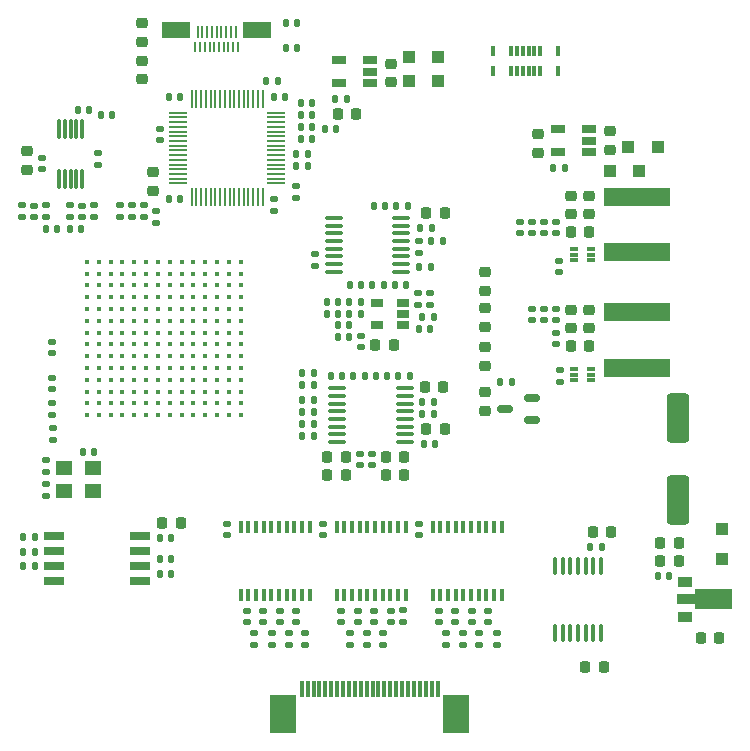
<source format=gbr>
%TF.GenerationSoftware,KiCad,Pcbnew,9.0.6*%
%TF.CreationDate,2025-12-06T17:10:21+01:00*%
%TF.ProjectId,hd_64_v0,68645f36-345f-4763-902e-6b696361645f,0.3*%
%TF.SameCoordinates,PX4737720PY55fe290*%
%TF.FileFunction,Paste,Top*%
%TF.FilePolarity,Positive*%
%FSLAX46Y46*%
G04 Gerber Fmt 4.6, Leading zero omitted, Abs format (unit mm)*
G04 Created by KiCad (PCBNEW 9.0.6) date 2025-12-06 17:10:21*
%MOMM*%
%LPD*%
G01*
G04 APERTURE LIST*
G04 Aperture macros list*
%AMRoundRect*
0 Rectangle with rounded corners*
0 $1 Rounding radius*
0 $2 $3 $4 $5 $6 $7 $8 $9 X,Y pos of 4 corners*
0 Add a 4 corners polygon primitive as box body*
4,1,4,$2,$3,$4,$5,$6,$7,$8,$9,$2,$3,0*
0 Add four circle primitives for the rounded corners*
1,1,$1+$1,$2,$3*
1,1,$1+$1,$4,$5*
1,1,$1+$1,$6,$7*
1,1,$1+$1,$8,$9*
0 Add four rect primitives between the rounded corners*
20,1,$1+$1,$2,$3,$4,$5,0*
20,1,$1+$1,$4,$5,$6,$7,0*
20,1,$1+$1,$6,$7,$8,$9,0*
20,1,$1+$1,$8,$9,$2,$3,0*%
%AMFreePoly0*
4,1,9,3.862500,-0.866500,0.737500,-0.866500,0.737500,-0.450000,-0.737500,-0.450000,-0.737500,0.450000,0.737500,0.450000,0.737500,0.866500,3.862500,0.866500,3.862500,-0.866500,3.862500,-0.866500,$1*%
G04 Aperture macros list end*
%ADD10RoundRect,0.218750X0.256250X-0.218750X0.256250X0.218750X-0.256250X0.218750X-0.256250X-0.218750X0*%
%ADD11RoundRect,0.147500X0.172500X-0.147500X0.172500X0.147500X-0.172500X0.147500X-0.172500X-0.147500X0*%
%ADD12RoundRect,0.147500X-0.172500X0.147500X-0.172500X-0.147500X0.172500X-0.147500X0.172500X0.147500X0*%
%ADD13RoundRect,0.150000X0.512500X0.150000X-0.512500X0.150000X-0.512500X-0.150000X0.512500X-0.150000X0*%
%ADD14RoundRect,0.147500X-0.147500X-0.172500X0.147500X-0.172500X0.147500X0.172500X-0.147500X0.172500X0*%
%ADD15RoundRect,0.218750X0.218750X0.256250X-0.218750X0.256250X-0.218750X-0.256250X0.218750X-0.256250X0*%
%ADD16R,0.400000X1.000000*%
%ADD17RoundRect,0.100000X0.637500X0.100000X-0.637500X0.100000X-0.637500X-0.100000X0.637500X-0.100000X0*%
%ADD18RoundRect,0.147500X0.147500X0.172500X-0.147500X0.172500X-0.147500X-0.172500X0.147500X-0.172500X0*%
%ADD19R,1.300000X0.900000*%
%ADD20FreePoly0,0.000000*%
%ADD21RoundRect,0.218750X-0.218750X-0.256250X0.218750X-0.256250X0.218750X0.256250X-0.218750X0.256250X0*%
%ADD22R,2.200000X3.300000*%
%ADD23R,0.300000X1.400000*%
%ADD24RoundRect,0.100000X-0.637500X-0.100000X0.637500X-0.100000X0.637500X0.100000X-0.637500X0.100000X0*%
%ADD25R,1.000000X1.000000*%
%ADD26R,5.700000X1.600000*%
%ADD27RoundRect,0.250000X-0.700000X1.825000X-0.700000X-1.825000X0.700000X-1.825000X0.700000X1.825000X0*%
%ADD28R,1.060000X0.650000*%
%ADD29R,0.304800X0.863600*%
%ADD30RoundRect,0.218750X-0.256250X0.218750X-0.256250X-0.218750X0.256250X-0.218750X0.256250X0.218750X0*%
%ADD31R,0.700000X0.340000*%
%ADD32R,1.400000X1.200000*%
%ADD33RoundRect,0.062500X0.687500X0.062500X-0.687500X0.062500X-0.687500X-0.062500X0.687500X-0.062500X0*%
%ADD34RoundRect,0.062500X0.062500X0.687500X-0.062500X0.687500X-0.062500X-0.687500X0.062500X-0.687500X0*%
%ADD35R,1.220000X0.650000*%
%ADD36R,1.700000X0.650000*%
%ADD37C,0.450000*%
%ADD38R,0.230000X0.850000*%
%ADD39R,0.230000X1.000000*%
%ADD40R,2.400000X1.380000*%
%ADD41RoundRect,0.100000X0.100000X-0.637500X0.100000X0.637500X-0.100000X0.637500X-0.100000X-0.637500X0*%
%ADD42RoundRect,0.087500X-0.087500X0.725000X-0.087500X-0.725000X0.087500X-0.725000X0.087500X0.725000X0*%
G04 APERTURE END LIST*
D10*
X2724000Y48470000D03*
X2724000Y50045002D03*
D11*
X36888500Y37036000D03*
X36888500Y38006000D03*
D12*
X33528000Y11130000D03*
X33528000Y10160000D03*
D11*
X4826000Y27709000D03*
X4826000Y28679000D03*
D12*
X38989000Y11130000D03*
X38989000Y10160000D03*
X30099000Y9225000D03*
X30099000Y8255000D03*
D13*
X45460500Y27244000D03*
X45460500Y29144000D03*
X43185500Y28194000D03*
D14*
X2436000Y17399000D03*
X3406000Y17399000D03*
D15*
X29743500Y24130000D03*
X28168500Y24130000D03*
D10*
X52093000Y50139500D03*
X52093000Y51714500D03*
D16*
X28952000Y12444000D03*
X29602000Y12444000D03*
X30252000Y12444000D03*
X30902000Y12444000D03*
X31552000Y12444000D03*
X32202000Y12444000D03*
X32852000Y12444000D03*
X33502000Y12444000D03*
X34152000Y12444000D03*
X34802000Y12444000D03*
X34802000Y18244000D03*
X34152000Y18244000D03*
X33502000Y18244000D03*
X32852000Y18244000D03*
X32202000Y18244000D03*
X31552000Y18244000D03*
X30902000Y18244000D03*
X30252000Y18244000D03*
X29602000Y18244000D03*
X28952000Y18244000D03*
D17*
X34739500Y25411000D03*
X34739500Y26061000D03*
X34739500Y26711000D03*
X34739500Y27361000D03*
X34739500Y28011000D03*
X34739500Y28661000D03*
X34739500Y29311000D03*
X34739500Y29961000D03*
X29014500Y29961000D03*
X29014500Y29311000D03*
X29014500Y28661000D03*
X29014500Y28011000D03*
X29014500Y27361000D03*
X29014500Y26711000D03*
X29014500Y26061000D03*
X29014500Y25411000D03*
D12*
X30929500Y24402000D03*
X30929500Y23432000D03*
D18*
X24615000Y54610000D03*
X23645000Y54610000D03*
D19*
X58476500Y13589000D03*
D20*
X58564000Y12089000D03*
D19*
X58476500Y10589000D03*
D12*
X25527000Y11130000D03*
X25527000Y10160000D03*
D18*
X51412000Y16510000D03*
X50442000Y16510000D03*
D12*
X8724000Y49855000D03*
X8724000Y48885000D03*
D18*
X37188000Y27813000D03*
X36218000Y27813000D03*
D21*
X56362500Y16891000D03*
X57937500Y16891000D03*
D12*
X42545000Y9225000D03*
X42545000Y8255000D03*
D21*
X33121500Y22606000D03*
X34696500Y22606000D03*
D14*
X28139000Y36270000D03*
X29109000Y36270000D03*
D22*
X24400000Y2407500D03*
X39100000Y2407500D03*
D23*
X26000000Y4477500D03*
X26500000Y4477500D03*
X27000000Y4477500D03*
X27500000Y4477500D03*
X28000000Y4477500D03*
X28500000Y4477500D03*
X29000000Y4477500D03*
X29500000Y4477500D03*
X30000000Y4477500D03*
X30500000Y4477500D03*
X31000000Y4477500D03*
X31500000Y4477500D03*
X32000000Y4477500D03*
X32500000Y4477500D03*
X33000000Y4477500D03*
X33500000Y4477500D03*
X34000000Y4477500D03*
X34500000Y4477500D03*
X35000000Y4477500D03*
X35500000Y4477500D03*
X36000000Y4477500D03*
X36500000Y4477500D03*
X37000000Y4477500D03*
X37500000Y4477500D03*
D12*
X30734000Y11130000D03*
X30734000Y10160000D03*
D18*
X27028000Y28956000D03*
X26058000Y28956000D03*
D24*
X28692000Y44368000D03*
X28692000Y43718000D03*
X28692000Y43068000D03*
X28692000Y42418000D03*
X28692000Y41768000D03*
X28692000Y41118000D03*
X28692000Y40468000D03*
X28692000Y39818000D03*
X34417000Y39818000D03*
X34417000Y40468000D03*
X34417000Y41118000D03*
X34417000Y41768000D03*
X34417000Y42418000D03*
X34417000Y43068000D03*
X34417000Y43718000D03*
X34417000Y44368000D03*
D12*
X7386000Y45429000D03*
X7386000Y44459000D03*
D25*
X61595000Y18014000D03*
X61595000Y15514000D03*
D26*
X54399000Y41465000D03*
X54399000Y46165000D03*
D18*
X26520000Y48768000D03*
X25550000Y48768000D03*
X34833500Y38664000D03*
X33863500Y38664000D03*
D21*
X28168500Y22606000D03*
X29743500Y22606000D03*
D14*
X29039000Y34270000D03*
X30009000Y34270000D03*
D18*
X29822000Y54483000D03*
X28852000Y54483000D03*
D12*
X29337000Y11130000D03*
X29337000Y10160000D03*
D27*
X57872500Y27478000D03*
X57872500Y20528000D03*
D10*
X41529000Y35153500D03*
X41529000Y36728500D03*
D14*
X23010000Y56007000D03*
X23980000Y56007000D03*
D21*
X36423500Y30099000D03*
X37998500Y30099000D03*
D25*
X53657000Y50419000D03*
X56157000Y50419000D03*
D18*
X36934000Y40259000D03*
X35964000Y40259000D03*
D28*
X34559500Y35301000D03*
X34559500Y36251000D03*
X34559500Y37201000D03*
X32359500Y37201000D03*
X32359500Y35301000D03*
D15*
X38125500Y44760000D03*
X36550500Y44760000D03*
D12*
X23624000Y45955000D03*
X23624000Y44985000D03*
D14*
X26058000Y26924000D03*
X27028000Y26924000D03*
D11*
X19685000Y17526000D03*
X19685000Y18496000D03*
D29*
X47708000Y56793000D03*
X46208000Y56793000D03*
X45708001Y56793000D03*
X45208000Y56793000D03*
X44708000Y56793000D03*
X44207999Y56793000D03*
X43708000Y56793000D03*
X42208000Y56793000D03*
X42208000Y58523000D03*
X43708000Y58523000D03*
X44207999Y58523000D03*
X44708000Y58523000D03*
X45208000Y58523000D03*
X45708001Y58523000D03*
X46208000Y58523000D03*
X47708000Y58523000D03*
D18*
X5311000Y43434000D03*
X4341000Y43434000D03*
D11*
X47541000Y43076000D03*
X47541000Y44046000D03*
D18*
X15725000Y54610000D03*
X14755000Y54610000D03*
D21*
X33121500Y24130000D03*
X34696500Y24130000D03*
X50647500Y17780000D03*
X52222500Y17780000D03*
D18*
X48280000Y48641000D03*
X47310000Y48641000D03*
X33251000Y30988000D03*
X32281000Y30988000D03*
D14*
X28139000Y37270000D03*
X29109000Y37270000D03*
D12*
X4318000Y21821000D03*
X4318000Y20851000D03*
X26289000Y9225000D03*
X26289000Y8255000D03*
D21*
X48785500Y43180000D03*
X50360500Y43180000D03*
D18*
X36992500Y43490000D03*
X36022500Y43490000D03*
X26520000Y49784000D03*
X25550000Y49784000D03*
D12*
X4924000Y26555000D03*
X4924000Y25585000D03*
D30*
X50335000Y46253500D03*
X50335000Y44678500D03*
D18*
X27028000Y31242000D03*
X26058000Y31242000D03*
D21*
X56362500Y15367000D03*
X57937500Y15367000D03*
D12*
X2286000Y45443000D03*
X2286000Y44473000D03*
D18*
X8029000Y53520000D03*
X7059000Y53520000D03*
D12*
X21971000Y9225000D03*
X21971000Y8255000D03*
D10*
X41529000Y38201500D03*
X41529000Y39776500D03*
D18*
X26901000Y52070000D03*
X25931000Y52070000D03*
D12*
X24892000Y9225000D03*
X24892000Y8255000D03*
D18*
X57127000Y14097000D03*
X56157000Y14097000D03*
D21*
X29057500Y53213000D03*
X30632500Y53213000D03*
D18*
X35156000Y30988000D03*
X34186000Y30988000D03*
D12*
X13624000Y44955000D03*
X13624000Y43985000D03*
X30988000Y34394000D03*
X30988000Y33424000D03*
D15*
X51587500Y6350000D03*
X50012500Y6350000D03*
D18*
X31346000Y30988000D03*
X30376000Y30988000D03*
D12*
X6350000Y45443000D03*
X6350000Y44473000D03*
D18*
X32928500Y38664000D03*
X31958500Y38664000D03*
D31*
X50534000Y40775000D03*
X50534000Y41275000D03*
X50534000Y41775000D03*
X49034000Y41775000D03*
X49034000Y41275000D03*
X49034000Y40775000D03*
D10*
X12446000Y56108500D03*
X12446000Y57683500D03*
D11*
X27813000Y17526000D03*
X27813000Y18496000D03*
D18*
X28933000Y51943000D03*
X27963000Y51943000D03*
D12*
X41783000Y11130000D03*
X41783000Y10160000D03*
D32*
X5912000Y21275000D03*
X8312000Y21275000D03*
X8312000Y23175000D03*
X5912000Y23175000D03*
D12*
X27109500Y41308000D03*
X27109500Y40338000D03*
D14*
X33990500Y45395000D03*
X34960500Y45395000D03*
D18*
X15709000Y45970000D03*
X14739000Y45970000D03*
X26901000Y54102000D03*
X25931000Y54102000D03*
D10*
X33528000Y55854500D03*
X33528000Y57429500D03*
D12*
X32893000Y9225000D03*
X32893000Y8255000D03*
D18*
X37315000Y25273000D03*
X36345000Y25273000D03*
D15*
X33807500Y33655000D03*
X32232500Y33655000D03*
D14*
X2436000Y16129000D03*
X3406000Y16129000D03*
X36980000Y42418000D03*
X37950000Y42418000D03*
D12*
X11624000Y45455000D03*
X11624000Y44485000D03*
X10624000Y45455000D03*
X10624000Y44485000D03*
D30*
X41529000Y33426500D03*
X41529000Y31851500D03*
D12*
X45466000Y36680000D03*
X45466000Y35710000D03*
X41021000Y9225000D03*
X41021000Y8255000D03*
D33*
X23860000Y47292000D03*
X23860000Y47692000D03*
X23860000Y48092000D03*
X23860000Y48492000D03*
X23860000Y48892000D03*
X23860000Y49292000D03*
X23860000Y49692000D03*
X23860000Y50092000D03*
X23860000Y50492000D03*
X23860000Y50892000D03*
X23860000Y51292000D03*
X23860000Y51692000D03*
X23860000Y52092000D03*
X23860000Y52492000D03*
X23860000Y52892000D03*
X23860000Y53292000D03*
D34*
X22685000Y54467000D03*
X22285000Y54467000D03*
X21885000Y54467000D03*
X21485000Y54467000D03*
X21085000Y54467000D03*
X20685000Y54467000D03*
X20285000Y54467000D03*
X19885000Y54467000D03*
X19485000Y54467000D03*
X19085000Y54467000D03*
X18685000Y54467000D03*
X18285000Y54467000D03*
X17885000Y54467000D03*
X17485000Y54467000D03*
X17085000Y54467000D03*
X16685000Y54467000D03*
D33*
X15510000Y53292000D03*
X15510000Y52892000D03*
X15510000Y52492000D03*
X15510000Y52092000D03*
X15510000Y51692000D03*
X15510000Y51292000D03*
X15510000Y50892000D03*
X15510000Y50492000D03*
X15510000Y50092000D03*
X15510000Y49692000D03*
X15510000Y49292000D03*
X15510000Y48892000D03*
X15510000Y48492000D03*
X15510000Y48092000D03*
X15510000Y47692000D03*
X15510000Y47292000D03*
D34*
X16685000Y46117000D03*
X17085000Y46117000D03*
X17485000Y46117000D03*
X17885000Y46117000D03*
X18285000Y46117000D03*
X18685000Y46117000D03*
X19085000Y46117000D03*
X19485000Y46117000D03*
X19885000Y46117000D03*
X20285000Y46117000D03*
X20685000Y46117000D03*
X21085000Y46117000D03*
X21485000Y46117000D03*
X21885000Y46117000D03*
X22285000Y46117000D03*
X22685000Y46117000D03*
D12*
X3324000Y45429000D03*
X3324000Y44459000D03*
D21*
X36550500Y26543000D03*
X38125500Y26543000D03*
D12*
X47879000Y31473000D03*
X47879000Y30503000D03*
X37592000Y11130000D03*
X37592000Y10160000D03*
D10*
X46017000Y49885500D03*
X46017000Y51460500D03*
D11*
X34544000Y10183000D03*
X34544000Y11153000D03*
D12*
X31945500Y24402000D03*
X31945500Y23432000D03*
D35*
X31790000Y55819000D03*
X31790000Y56769000D03*
X31790000Y57719000D03*
X29170000Y57719000D03*
X29170000Y55819000D03*
D12*
X35872500Y38006000D03*
X35872500Y37036000D03*
X31496000Y9225000D03*
X31496000Y8255000D03*
D30*
X50335000Y36601500D03*
X50335000Y35026500D03*
D18*
X29441000Y30988000D03*
X28471000Y30988000D03*
D14*
X24661000Y60870000D03*
X25631000Y60870000D03*
D18*
X27028000Y30226000D03*
X26058000Y30226000D03*
D25*
X35072000Y58039000D03*
X37572000Y58039000D03*
D11*
X13970000Y50973000D03*
X13970000Y51943000D03*
D12*
X38227000Y9225000D03*
X38227000Y8255000D03*
X32131000Y11130000D03*
X32131000Y10160000D03*
D36*
X5024000Y17410000D03*
X5024000Y16140000D03*
X5024000Y14870000D03*
X5024000Y13600000D03*
X12324000Y13600000D03*
X12324000Y14870000D03*
X12324000Y16140000D03*
X12324000Y17410000D03*
D14*
X25931000Y51054000D03*
X26901000Y51054000D03*
D12*
X40386000Y11130000D03*
X40386000Y10160000D03*
X22733000Y11130000D03*
X22733000Y10160000D03*
D11*
X47541000Y33678000D03*
X47541000Y34648000D03*
D18*
X37188000Y28829000D03*
X36218000Y28829000D03*
D10*
X12446000Y59283500D03*
X12446000Y60858500D03*
D12*
X44450000Y44046000D03*
X44450000Y43076000D03*
D37*
X20824000Y27670000D03*
X19824000Y27670000D03*
X18824000Y27670000D03*
X17824000Y27670000D03*
X16824000Y27670000D03*
X15824000Y27670000D03*
X14824000Y27670000D03*
X13824000Y27670000D03*
X12824000Y27670000D03*
X11824000Y27670000D03*
X10824000Y27670000D03*
X9824000Y27670000D03*
X8824000Y27670000D03*
X7824000Y27670000D03*
X20824000Y28670000D03*
X19824000Y28670000D03*
X18824000Y28670000D03*
X17824000Y28670000D03*
X16824000Y28670000D03*
X15824000Y28670000D03*
X14824000Y28670000D03*
X13824000Y28670000D03*
X12824000Y28670000D03*
X11824000Y28670000D03*
X10824000Y28670000D03*
X9824000Y28670000D03*
X8824000Y28670000D03*
X7824000Y28670000D03*
X20824000Y29670000D03*
X19824000Y29670000D03*
X18824000Y29670000D03*
X17824000Y29670000D03*
X16824000Y29670000D03*
X15824000Y29670000D03*
X14824000Y29670000D03*
X13824000Y29670000D03*
X12824000Y29670000D03*
X11824000Y29670000D03*
X10824000Y29670000D03*
X9824000Y29670000D03*
X8824000Y29670000D03*
X7824000Y29670000D03*
X20824000Y30670000D03*
X19824000Y30670000D03*
X18824000Y30670000D03*
X17824000Y30670000D03*
X16824000Y30670000D03*
X15824000Y30670000D03*
X14824000Y30670000D03*
X13824000Y30670000D03*
X12824000Y30670000D03*
X11824000Y30670000D03*
X10824000Y30670000D03*
X9824000Y30670000D03*
X8824000Y30670000D03*
X7824000Y30670000D03*
X20824000Y31670000D03*
X19824000Y31670000D03*
X18824000Y31670000D03*
X17824000Y31670000D03*
X16824000Y31670000D03*
X15824000Y31670000D03*
X14824000Y31670000D03*
X13824000Y31670000D03*
X12824000Y31670000D03*
X11824000Y31670000D03*
X10824000Y31670000D03*
X9824000Y31670000D03*
X8824000Y31670000D03*
X7824000Y31670000D03*
X20824000Y32670000D03*
X19824000Y32670000D03*
X18824000Y32670000D03*
X17824000Y32670000D03*
X16824000Y32670000D03*
X15824000Y32670000D03*
X14824000Y32670000D03*
X13824000Y32670000D03*
X12824000Y32670000D03*
X11824000Y32670000D03*
X10824000Y32670000D03*
X9824000Y32670000D03*
X8824000Y32670000D03*
X7824000Y32670000D03*
X20824000Y33670000D03*
X19824000Y33670000D03*
X18824000Y33670000D03*
X17824000Y33670000D03*
X16824000Y33670000D03*
X15824000Y33670000D03*
X14824000Y33670000D03*
X13824000Y33670000D03*
X12824000Y33670000D03*
X11824000Y33670000D03*
X10824000Y33670000D03*
X9824000Y33670000D03*
X8824000Y33670000D03*
X7824000Y33670000D03*
X20824000Y34670000D03*
X19824000Y34670000D03*
X18824000Y34670000D03*
X17824000Y34670000D03*
X16824000Y34670000D03*
X15824000Y34670000D03*
X14824000Y34670000D03*
X13824000Y34670000D03*
X12824000Y34670000D03*
X11824000Y34670000D03*
X10824000Y34670000D03*
X9824000Y34670000D03*
X8824000Y34670000D03*
X7824000Y34670000D03*
X20824000Y35670000D03*
X19824000Y35670000D03*
X18824000Y35670000D03*
X17824000Y35670000D03*
X16824000Y35670000D03*
X15824000Y35670000D03*
X14824000Y35670000D03*
X13824000Y35670000D03*
X12824000Y35670000D03*
X11824000Y35670000D03*
X10824000Y35670000D03*
X9824000Y35670000D03*
X8824000Y35670000D03*
X7824000Y35670000D03*
X20824000Y36670000D03*
X19824000Y36670000D03*
X18824000Y36670000D03*
X17824000Y36670000D03*
X16824000Y36670000D03*
X15824000Y36670000D03*
X14824000Y36670000D03*
X13824000Y36670000D03*
X12824000Y36670000D03*
X11824000Y36670000D03*
X10824000Y36670000D03*
X9824000Y36670000D03*
X8824000Y36670000D03*
X7824000Y36670000D03*
X20824000Y37670000D03*
X19824000Y37670000D03*
X18824000Y37670000D03*
X17824000Y37670000D03*
X16824000Y37670000D03*
X15824000Y37670000D03*
X14824000Y37670000D03*
X13824000Y37670000D03*
X12824000Y37670000D03*
X11824000Y37670000D03*
X10824000Y37670000D03*
X9824000Y37670000D03*
X8824000Y37670000D03*
X7824000Y37670000D03*
X20824000Y38670000D03*
X19824000Y38670000D03*
X18824000Y38670000D03*
X17824000Y38670000D03*
X16824000Y38670000D03*
X15824000Y38670000D03*
X14824000Y38670000D03*
X13824000Y38670000D03*
X12824000Y38670000D03*
X11824000Y38670000D03*
X10824000Y38670000D03*
X9824000Y38670000D03*
X8824000Y38670000D03*
X7824000Y38670000D03*
X20824000Y39670000D03*
X19824000Y39670000D03*
X18824000Y39670000D03*
X17824000Y39670000D03*
X16824000Y39670000D03*
X15824000Y39670000D03*
X14824000Y39670000D03*
X13824000Y39670000D03*
X12824000Y39670000D03*
X11824000Y39670000D03*
X10824000Y39670000D03*
X9824000Y39670000D03*
X8824000Y39670000D03*
X7824000Y39670000D03*
X20824000Y40670000D03*
X19824000Y40670000D03*
X18824000Y40670000D03*
X17824000Y40670000D03*
X16824000Y40670000D03*
X15824000Y40670000D03*
X14824000Y40670000D03*
X13824000Y40670000D03*
X12824000Y40670000D03*
X11824000Y40670000D03*
X10824000Y40670000D03*
X9824000Y40670000D03*
X8824000Y40670000D03*
X7824000Y40670000D03*
D18*
X43792000Y30480000D03*
X42822000Y30480000D03*
D11*
X35941000Y17526000D03*
X35941000Y18496000D03*
D38*
X16996000Y58852000D03*
D39*
X17196000Y60077000D03*
D38*
X17396000Y58852000D03*
D39*
X17596000Y60077000D03*
D38*
X17796000Y58852000D03*
D39*
X17996000Y60077000D03*
D38*
X18196000Y58852000D03*
D39*
X18396000Y60077000D03*
D38*
X18596000Y58852000D03*
D39*
X18796000Y60077000D03*
D38*
X18996000Y58852000D03*
D39*
X19196000Y60077000D03*
D38*
X19396000Y58852000D03*
D39*
X19596000Y60077000D03*
D38*
X19796000Y58852000D03*
D39*
X19996000Y60077000D03*
D38*
X20196000Y58852000D03*
D39*
X20396000Y60077000D03*
D38*
X20596000Y58852000D03*
D40*
X22246000Y60267000D03*
X15346000Y60267000D03*
D14*
X24661000Y58801000D03*
X25631000Y58801000D03*
D18*
X31023500Y38664000D03*
X30053500Y38664000D03*
D14*
X7439000Y24570000D03*
X8409000Y24570000D03*
D31*
X50534000Y30615000D03*
X50534000Y31115000D03*
X50534000Y31615000D03*
X49034000Y31615000D03*
X49034000Y31115000D03*
X49034000Y30615000D03*
D11*
X46482000Y35710000D03*
X46482000Y36680000D03*
D30*
X48811000Y46253500D03*
X48811000Y44678500D03*
D11*
X4826000Y32916000D03*
X4826000Y33886000D03*
D18*
X14963000Y17272000D03*
X13993000Y17272000D03*
D21*
X48785500Y33528000D03*
X50360500Y33528000D03*
D12*
X12624000Y45455000D03*
X12624000Y44485000D03*
D14*
X35895500Y34981000D03*
X36865500Y34981000D03*
D18*
X37188000Y35997000D03*
X36218000Y35997000D03*
D12*
X4824000Y30855000D03*
X4824000Y29885000D03*
D41*
X47453000Y9202500D03*
X48103000Y9202500D03*
X48753000Y9202500D03*
X49403000Y9202500D03*
X50053000Y9202500D03*
X50703000Y9202500D03*
X51353000Y9202500D03*
X51353000Y14927500D03*
X50703000Y14927500D03*
X50053000Y14927500D03*
X49403000Y14927500D03*
X48753000Y14927500D03*
X48103000Y14927500D03*
X47453000Y14927500D03*
D30*
X41529000Y29616500D03*
X41529000Y28041500D03*
D14*
X32085500Y45395000D03*
X33055500Y45395000D03*
D18*
X31009000Y37270000D03*
X30039000Y37270000D03*
D25*
X52070000Y48387000D03*
X54570000Y48387000D03*
D35*
X50355000Y49977000D03*
X50355000Y50927000D03*
X50355000Y51877000D03*
X47735000Y51877000D03*
X47735000Y49977000D03*
D12*
X8382000Y45443000D03*
X8382000Y44473000D03*
X46482000Y44046000D03*
X46482000Y43076000D03*
D42*
X7424000Y51882500D03*
X6923999Y51882500D03*
X6424000Y51882500D03*
X5924001Y51882500D03*
X5424000Y51882500D03*
X5424000Y47657500D03*
X5924001Y47657500D03*
X6424000Y47657500D03*
X6923999Y47657500D03*
X7424000Y47657500D03*
D14*
X26058000Y27940000D03*
X27028000Y27940000D03*
D18*
X14963000Y14224000D03*
X13993000Y14224000D03*
D12*
X4318000Y45443000D03*
X4318000Y44473000D03*
D14*
X8989000Y53110000D03*
X9959000Y53110000D03*
D18*
X26901000Y53086000D03*
X25931000Y53086000D03*
D11*
X45466000Y43076000D03*
X45466000Y44046000D03*
D10*
X13424000Y46682500D03*
X13424000Y48257500D03*
D21*
X59791500Y8787000D03*
X61366500Y8787000D03*
D14*
X26058000Y25908000D03*
X27028000Y25908000D03*
D18*
X14963000Y15494000D03*
X13993000Y15494000D03*
D26*
X54399000Y31686000D03*
X54399000Y36386000D03*
D14*
X2436000Y14870000D03*
X3406000Y14870000D03*
D12*
X25524000Y47055000D03*
X25524000Y46085000D03*
D21*
X14198500Y18542000D03*
X15773500Y18542000D03*
D12*
X23495000Y9225000D03*
X23495000Y8255000D03*
D14*
X6350000Y43434000D03*
X7320000Y43434000D03*
D12*
X21336000Y11130000D03*
X21336000Y10160000D03*
X47498000Y36680000D03*
X47498000Y35710000D03*
D11*
X35941000Y41425000D03*
X35941000Y42395000D03*
D12*
X24130000Y11130000D03*
X24130000Y10160000D03*
X4024000Y49455000D03*
X4024000Y48485000D03*
D16*
X37080000Y12444000D03*
X37730000Y12444000D03*
X38380000Y12444000D03*
X39030000Y12444000D03*
X39680000Y12444000D03*
X40330000Y12444000D03*
X40980000Y12444000D03*
X41630000Y12444000D03*
X42280000Y12444000D03*
X42930000Y12444000D03*
X42930000Y18244000D03*
X42280000Y18244000D03*
X41630000Y18244000D03*
X40980000Y18244000D03*
X40330000Y18244000D03*
X39680000Y18244000D03*
X39030000Y18244000D03*
X38380000Y18244000D03*
X37730000Y18244000D03*
X37080000Y18244000D03*
D12*
X47752000Y40744000D03*
X47752000Y39774000D03*
X39624000Y9225000D03*
X39624000Y8255000D03*
D14*
X29039000Y35270000D03*
X30009000Y35270000D03*
D12*
X4318000Y23853000D03*
X4318000Y22883000D03*
D30*
X48811000Y36601500D03*
X48811000Y35026500D03*
D18*
X31009000Y36270000D03*
X30039000Y36270000D03*
D25*
X35072000Y56007000D03*
X37572000Y56007000D03*
D16*
X20824000Y12444000D03*
X21474000Y12444000D03*
X22124000Y12444000D03*
X22774000Y12444000D03*
X23424000Y12444000D03*
X24074000Y12444000D03*
X24724000Y12444000D03*
X25374000Y12444000D03*
X26024000Y12444000D03*
X26674000Y12444000D03*
X26674000Y18244000D03*
X26024000Y18244000D03*
X25374000Y18244000D03*
X24724000Y18244000D03*
X24074000Y18244000D03*
X23424000Y18244000D03*
X22774000Y18244000D03*
X22124000Y18244000D03*
X21474000Y18244000D03*
X20824000Y18244000D03*
M02*

</source>
